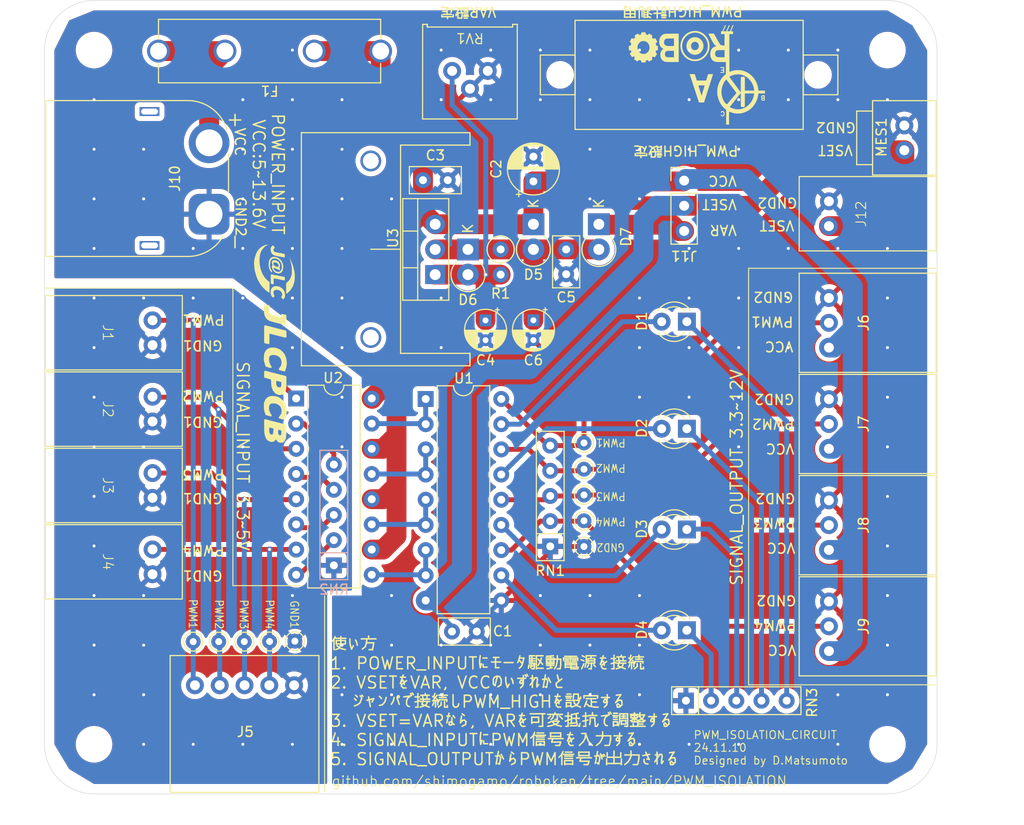
<source format=kicad_pcb>
(kicad_pcb (version 20240108) (generator "pcbnew") (generator_version "8.0")
  (layers (0 "F.Cu" signal) (31 "B.Cu" signal) (34 "B.Paste" user) (35 "F.Paste" user) (36 "B.SilkS" user "B.Silkscreen") (37 "F.SilkS" user "F.Silkscreen") (38 "B.Mask" user) (39 "F.Mask" user) (44 "Edge.Cuts" user))
  (net 0 "")
  (net 1 "GND2")
  (net 2 "VCC")
  (net 3 "Net-(D6-A)")
  (net 4 "VAR")
  (net 5 "VSET")
  (net 6 "LED1")
  (net 7 "Net-(D1-K)")
  (net 8 "Net-(D2-K)")
  (net 9 "LED2")
  (net 10 "Net-(D3-K)")
  (net 11 "LED3")
  (net 12 "LED4")
  (net 13 "Net-(D4-K)")
  (net 14 "Net-(J10-Pin_1)")
  (net 15 "GND1")
  (net 16 "PWM1")
  (net 17 "PWM2")
  (net 18 "PWM3")
  (net 19 "PWM4")
  (net 20 "Net-(J6-Pin_2)")
  (net 21 "Net-(J7-Pin_2)")
  (net 22 "Net-(J9-Pin_2)")
  (net 23 "Net-(RN2-R4)")
  (net 24 "Net-(RN2-R3)")
  (net 25 "Net-(RN2-R2)")
  (net 26 "Net-(RN2-R1)")
  (net 27 "ISO2")
  (net 28 "ISO3")
  (net 29 "ISO1")
  (net 30 "ISO4")
  (net 31 "Net-(J8-Pin_2)")
  (net 32 "/可変三端子レギュレータ/VARIABLE")
  (footprint "TestPoint:TestPoint_THTPad_D1.5mm_Drill0.7mm" (layer "F.Cu") (at 120.15 114.647 90)
    (property "Reference" "TP8" (hide yes))
    (property "Value" "TestPoint")
  )
  (footprint "Package_DIP:DIP-18_W7.62mm" (layer "F.Cu") (at 138.44 90.18)
    (property "Reference" "U1")
    (property "Value" "TBD62783A")
  )
  (footprint "MountingHole:MountingHole_3.2mm_M3" (layer "F.Cu") (at 185 125)
    (property "Reference" "REF**" (hide yes))
    (property "Value" "MountingHole_3.2mm_M3")
  )
  (footprint "Resistor_THT:R_Array_SIP5" (layer "F.Cu") (at 151 105.04 90)
    (property "Reference" "RN1")
    (property "Value" "1k~10k")
  )
  (footprint "Capacitor_THT:C_Disc_D5.0mm_W2.5mm_P2.50mm" (layer "F.Cu") (at 138.166 68.115)
    (property "Reference" "C3")
    (property "Value" "0.1u")
  )
  (footprint "MyFoot:DF1E-2P-2.5DS" (layer "F.Cu") (at 110.9 106.6 -90)
    (property "Reference" "J4")
    (property "Value" "Conn_01x02_Socket")
  )
  (footprint "TestPoint:TestPoint_THTPad_D1.5mm_Drill0.7mm" (layer "F.Cu") (at 154.402 94.61)
    (property "Reference" "TP1" (hide yes))
    (property "Value" "TestPoint")
  )
  (footprint "Diode_THT:D_DO-41_SOD81_P2.54mm_Vertical_KathodeUp" (layer "F.Cu") (at 142.7 75.1 -90)
    (property "Reference" "D6")
    (property "Value" "1N4007")
  )
  (footprint "Diode_THT:D_DO-41_SOD81_P2.54mm_Vertical_KathodeUp" (layer "F.Cu") (at 149.302 72.56 -90)
    (property "Reference" "D5")
    (property "Value" "1N4007")
  )
  (footprint "Connector_PinHeader_2.54mm:PinHeader_1x03_P2.54mm_Vertical" (layer "F.Cu") (at 164.5 68.16)
    (property "Reference" "J11")
    (property "Value" "Conn_01x03_Pin")
  )
  (footprint "MountingHole:MountingHole_3.2mm_M3" (layer "F.Cu") (at 185 55)
    (property "Reference" "REF**" (hide yes))
    (property "Value" "MountingHole_3.2mm_M3")
  )
  (footprint "MyFoot:DF1E-2P-2.5DS" (layer "F.Cu") (at 110.9 83.5 -90)
    (property "Reference" "J1")
    (property "Value" "Conn_01x02_Socket")
  )
  (footprint "MyFoot:DF1E-2P-2.5DS" (layer "F.Cu") (at 110.9 98.9 -90)
    (property "Reference" "J3")
    (property "Value" "Conn_01x02_Socket")
  )
  (footprint "TestPoint:TestPoint_THTPad_D1.5mm_Drill0.7mm" (layer "F.Cu") (at 115 114.647 90)
    (property "Reference" "TP4" (hide yes))
    (property "Value" "TestPoint")
  )
  (footprint "MyFoot:17PB024" (layer "F.Cu") (at 132.907 75.08 90)
    (property "Reference" "REF**" (hide yes))
    (property "Value" "17PB024")
  )
  (footprint "MyFoot:DF1E-3P-2.5DS" (layer "F.Cu") (at 179.1 113.1 90)
    (property "Reference" "J9")
    (property "Value" "Conn_01x03_Socket")
  )
  (footprint "LOGO" (layer "F.Cu") (at 123.2 84.6 -90)
    (property "Reference" "G***" (hide yes))
    (property "Value" "LOGO" (hide yes))
  )
  (footprint "TestPoint:TestPoint_THTPad_D1.5mm_Drill0.7mm" (layer "F.Cu") (at 117.573 114.647 90)
    (property "Reference" "TP7" (hide yes))
    (property "Value" "TestPoint")
  )
  (footprint "MyFoot:DC voltmeter-Red(4530)" (layer "F.Cu") (at 165 57.5 180)
    (property "Reference" "REF**" (hide yes))
    (property "Value" "DC voltmeter-Red(4530)")
  )
  (footprint "MountingHole:MountingHole_3.2mm_M3" (layer "F.Cu") (at 105 125)
    (property "Reference" "REF**" (hide yes))
    (property "Value" "MountingHole_3.2mm_M3")
  )
  (footprint "MyFoot:AMASS_XT60PW-M_1x02_P7.20mm_Horizontal" (layer "F.Cu") (at 116.6 71.55 90)
    (property "Reference" "J10")
    (property "Value" "XT60_Male" (hide yes))
  )
  (footprint "MyFoot:DF1E-3P-2.5DS" (layer "F.Cu") (at 179.1 102.9 90)
    (property "Reference" "J8")
    (property "Value" "Conn_01x03_Socket")
  )
  (footprint "TestPoint:TestPoint_THTPad_D1.5mm_Drill0.7mm" (layer "F.Cu") (at 154.402 105.06)
    (property "Reference" "TP6" (hide yes))
    (property "Value" "TestPoint")
  )
  (footprint "MyFoot:DF1E-2P-2.5DS" (layer "F.Cu") (at 179.1 71.5 90)
    (property "Reference" "J12")
    (property "Value" "Conn_01x02_Socket")
  )
  (footprint "MyFoot:FUC-03A" (layer "F.Cu") (at 122.7 55.1 180)
    (property "Reference" "F1")
    (property "Value" "Fuse")
  )
  (footprint "MountingHole:MountingHole_3.2mm_M3" (layer "F.Cu") (at 105 55)
    (property "Reference" "REF**" (hide yes))
    (property "Value" "MountingHole_3.2mm_M3")
  )
  (footprint "TestPoint:TestPoint_THTPad_D1.5mm_Drill0.7mm" (layer "F.Cu") (at 154.402 97.26)
    (property "Reference" "TP2" (hide yes))
    (property "Value" "TestPoint")
  )
  (footprint "MyFoot:DF1E-3P-2.5DS" (layer "F.Cu") (at 179.1 92.7 90)
    (property "Reference" "J7")
    (property "Value" "Conn_01x03_Socket")
  )
  (footprint "TestPoint:TestPoint_THTPad_D1.5mm_Drill0.7mm" (layer "F.Cu") (at 122.7 114.634 90)
    (property "Reference" "TP9" (hide yes))
    (property "Value" "TestPoint")
  )
  (footprint "LOGO" (layer "F.Cu") (at 166 57.520055 180)
    (property "Reference" "G***" (hide yes))
    (property "Value" "LOGO" (hide yes))
  )
  (footprint "Capacitor_THT:CP_Radial_D4.0mm_P2.00mm" (layer "F.Cu") (at 144.476 82.255401 -90)
    (property "Reference" "C4")
    (property "Value" "10u")
  )
  (footprint "LED_THT:LED_D3.0mm" (layer "F.Cu") (at 164.775 93.18 180)
    (property "Reference" "D2")
    (property "Value" "LED")
  )
  (footprint "Capacitor_THT:CP_Radial_D4.0mm_P2.00mm" (layer "F.Cu") (at 149.302 82.244 -90)
    (property "Reference" "C6")
    (property "Value" "47u")
  )
  (footprint "MyFoot:DF1E-5P-2.5DS" (layer "F.Cu") (at 120.173 119.047)
    (property "Reference" "J5")
    (property "Value" "Conn_01x05_Socket")
  )
  (footprint "MyFoot:DF1E-3P-2.5DS" (layer "F.Cu") (at 179.1 82.5 90)
    (property "Reference" "J6")
    (property "Value" "Conn_01x03_Socket")
  )
  (footprint "LED_THT:LED_D3.0mm" (layer "F.Cu") (at 164.775 113.5 180)
    (property "Reference" "D4")
    (property "Value" "LED")
  )
  (footprint "TestPoint:TestPoint_THTPad_D1.5mm_Drill0.7mm" (layer "F.Cu") (at 154.402 99.86)
    (property "Reference" "TP3" (hide yes))
    (property "Value" "TestPoint")
  )
  (footprint "Package_DIP:DIP-16_W7.62mm" (layer "F.Cu") (at 125.38 90.125)
    (property "Reference" "U2")
    (property "Value" "LTV-847")
  )
  (footprint "LED_THT:LED_D3.0mm" (layer "F.Cu") (at 164.775 103.34 180)
    (property "Reference" "D3")
    (property "Value" "LED")
  )
  (footprint "Resistor_THT:R_Array_SIP5" (layer "F.Cu") (at 164.68 120.6)
    (property "Reference" "RN3")
    (property "Value" "330~1k")
  )
  (footprint "Package_TO_SOT_THT:TO-220-3_Vertical" (layer "F.Cu") (at 139.396 77.64 90)
    (property "Reference" "U3")
    (property "Value" "NJM317F")
  )
  (footprint "MyFoot:DF1EC-2P-2.5DSA" (layer "F.Cu") (at 186.7 63.85 90)
    (property "Reference" "MES1")
    (property "Value" "Voltmeter_DC")
  )
  (footprint "Resistor_THT:R_Axial_DIN0207_L6.3mm_D2.5mm_P2.54mm_Vertical" (layer "F.Cu") (at 146 75.1 -90)
    (property "Reference" "R1")
    (property "Value" "180")
  )
  (footprint "MyFoot:DF1E-2P-2.5DS" (layer "F.Cu") (at 110.9 91.2 -90)
    (property "Reference" "J2")
    (property "Value" "Conn_01x02_Socket")
  )
  (footprint "TestPoint:TestPoint_THTPad_D1.5mm_Drill0.7mm" (layer "F.Cu") (at 125.25 114.6 180)
    (property "Reference" "GND1" (hide yes))
    (property "Value" "TestPoint")
  )
  (footprint "Diode_THT:D_DO-41_SOD81_P2.54mm_Vertical_KathodeUp" (layer "F.Cu") (at 155.9 72.56 -90)
    (property "Reference" "D7")
    (property "Value" "SBM245L")
  )
  (footprint "Capacitor_THT:C_Disc_D5.0mm_W2.5mm_P2.50mm" (layer "F.Cu") (at 141.09 113.63)
    (property "Reference" "C1")
    (property "Value" "0.1u")
  )
  (footprint "Capacitor_THT:CP_Radial_D5.0mm_P2.50mm" (layer "F.Cu") (at 149.302 68.242 90)
    (property "Reference" "C2")
    (property "Value" "100u")
  )
  (footprint "TestPoint:TestPoint_THTPad_D1.5mm_Drill0.7mm" (layer "F.Cu") (at 154.402 102.46)
    (property "Reference" "TP5" (hide yes))
    (property "Value" "TestPoint")
  )
  (footprint "MyFoot:3386K-EY5-202TR" (layer "F.Cu") (at 142.903949 57.176051 180)
    (property "Reference" "RV1")
    (property "Value" "R_Potentiometer")
  )
  (footprint "Capacitor_THT:C_Disc_D5.0mm_W2.5mm_P2.50mm" (layer "F.Cu") (at 152.604 75.1 -90)
    (property "Reference" "C5")
    (property "Value" "0.1u")
  )
  (footprint "LED_THT:LED_D3.0mm" (layer "F.Cu") (at 164.775 82.385 180)
    (property "Reference" "D1")
    (property "Value" "LED")
  )
  (footprint "Resistor_THT:R_Array_SIP5" (layer "B.Cu") (at 129.18 106.955 90)
    (property "Reference" "RN2")
    (property "Value" "220~1k")
  )
  (gr_line (start 119 79) (end 119 109) (stroke (width 0.1)) (layer "F.SilkS"))
  (gr_line (start 171 77) (end 171 119) (stroke (width 0.1)) (layer "F.SilkS"))
  (gr_line (start 171 77) (end 189.9 77) (stroke (width 0.1)) (layer "F.SilkS"))
  (gr_line (start 100.1 79) (end 119 79) (stroke (width 0.1)) (layer "F.SilkS"))
  (gr_line (start 119 109) (end 125.9 109) (stroke (width 0.1)) (layer "F.SilkS"))
  (gr_line (start 128.25 110.025) (end 128.25 129.775) (stroke (width 0.1)) (layer "F.SilkS"))
  (gr_line (start 171 119) (end 189.9 119) (stroke (width 0.1)) (layer "F.SilkS"))
  (gr_arc (start 185 50) (mid 188.535534 51.464466) (end 190 55) (stroke (width 0.05)) (layer "Edge.Cuts"))
  (gr_arc (start 100 55) (mid 101.464466 51.464466) (end 105 50) (stroke (width 0.05)) (layer "Edge.Cuts"))
  (gr_line (start 185 50) (end 105 50) (stroke (width 0.05)) (layer "Edge.Cuts"))
  (gr_arc (start 190 125) (mid 188.535534 128.535534) (end 185 130) (stroke (width 0.05)) (layer "Edge.Cuts"))
  (gr_line (start 100 55) (end 100 125) (stroke (width 0.05)) (layer "Edge.Cuts"))
  (gr_arc (start 105 130) (mid 101.464466 128.535534) (end 100 125) (stroke (width 0.05)) (layer "Edge.Cuts"))
  (gr_line (start 190 125) (end 190 55) (stroke (width 0.05)) (layer "Edge.Cuts"))
  (gr_line (start 105 130) (end 185 130) (stroke (width 0.05)) (layer "Edge.Cuts"))
  (gr_text "PWM4" (at 175.9 112.4 180) (layer "F.SilkS") (effects (font (size 1 1)) (justify left bottom)))
  (gr_text "PWM4\n" (at 118.25 104.85 180) (layer "F.SilkS") (effects (font (size 1 1)) (justify left bottom)))
  (gr_text "GND1" (at 118.05 99.6 180) (layer "F.SilkS") (effects (font (size 1 1)) (justify left bottom)))
  (gr_text "GND2" (at 175.7 89.6 180) (layer "F.SilkS") (effects (font (size 1 1)) (justify left bottom)))
  (gr_text "GND2" (at 175.8 99.6 180) (layer "F.SilkS") (effects (font (size 1 1)) (justify left bottom)))
  (gr_text "PWM4" (at 157.1 102.54 180) (layer "F.SilkS") (effects (font (size 0.8 0.7) (thickness 0.1))))
  (gr_text "GND1" (at 118.05 91.9 180) (layer "F.SilkS") (effects (font (size 1 1)) (justify left bottom)))
  (gr_text "SIGNAL_INPUT 3.3~5V" (at 119.3 86.3 270) (layer "F.SilkS") (effects (font (size 1.2 1.2)) (justify left bottom)))
  (gr_text "PWM2" (at 175.7 92.1 180) (layer "F.SilkS") (effects (font (size 1 1)) (justify left bottom)))
  (gr_text "PWM2\n" (at 118.25 89.3 180) (layer "F.SilkS") (effects (font (size 1 1)) (justify left bottom)))
  (gr_text "GND2" (at 175.6 79.3 180) (layer "F.SilkS") (effects (font (size 1 1)) (justify left bottom)))
  (gr_text "VSET" (at 169.9 69.96 180) (layer "F.SilkS") (effects (font (size 1 1)) (justify left bottom)))
  (gr_text "VCC" (at 175.8 104.6 180) (layer "F.SilkS") (effects (font (size 1 1)) (justify left bottom)))
  (gr_text "GND2" (at 181.9 62.2 180) (layer "F.SilkS") (effects (font (size 1 1)) (justify left bottom)))
  (gr_text "VCC" (at 169.9 67.585 180) (layer "F.SilkS") (effects (font (size 1 1)) (justify left bottom)))
  (gr_text "PWM1" (at 175.6 81.8 180) (layer "F.SilkS") (effects (font (size 1 1)) (justify left bottom)))
  (gr_text "VCC" (at 175.6 84.3 180) (layer "F.SilkS") (effects (font (size 1 1)) (justify left bottom)))
  (gr_text "使い方\n1. POWER_INPUTにモータ駆動電源を接続\n2. VSETをVAR, VCCのいずれかと\n　 ジャンパで接続しPWM_HIGHを設定する\n3. VSET=VARなら, VARを可変抵抗で調整する\n4. SIGNAL_INPUTにPWM信号を入力する\n5. SIGNAL_OUTPUTからPWM信号が出力される" (at 128.7 127.2 0) (layer "F.SilkS") (effects (font (size 1.2 1.2)) (justify left bottom)))
  (gr_text "PWM3" (at 175.8 102.1 180) (layer "F.SilkS") (effects (font (size 1 1)) (justify left bottom)))
  (gr_text "PWM3" (at 157.1 99.99 180) (layer "F.SilkS") (effects (font (size 0.8 0.7) (thickness 0.1))))
  (gr_text "PWM1\n" (at 114.5 110.3 270) (layer "F.SilkS") (effects (font (size 0.8 0.7) (thickness 0.1)) (justify left bottom)))
  (gr_text "VAR設定" (at 145.65 50.55 180) (layer "F.SilkS") (effects (font (size 1 1)) (justify left bottom)))
  (gr_text "GND1" (at 118.05 84.2 180) (layer "F.SilkS") (effects (font (size 1 1)) (justify left bottom)))
  (gr_text "PWM1\n" (at 118.25 81.6 180) (layer "F.SilkS") (effects (font (size 1 1)) (justify left bottom)))
  (gr_text "PWM_ISOLATION_CIRCUIT\n24.11.10		\nDesigned by D.Matsumoto" (at 165.4 127.1 0) (layer "F.SilkS") (effects (font (size 0.8 0.8) (thickness 0.1)) (justify left bottom)))
  (gr_text "VCC" (at 175.7 94.6 180) (layer "F.SilkS") (effects (font (size 1 1)) (justify left bottom)))
  (gr_text "GND2" (at 119.2 69.7 270) (layer "F.SilkS") (effects (font (size 1 1)) (justify left bottom)))
  (gr_text "VCC" (at 175.9 114.9 180) (layer "F.SilkS") (effects (font (size 1 1)) (justify left bottom)))
  (gr_text "VSET" (at 181.6 64.5 180) (layer "F.SilkS") (effects (font (size 1 1)) (justify left bottom)))
  (gr_text "GND1" (at 118.05 107.4 180) (layer "F.SilkS") (effects (font (size 1 1)) (justify left bottom)))
  (gr_text "GND2" (at 176 69.8 180) (layer "F.SilkS") (effects (font (size 1 1)) (justify left bottom)))
  (gr_text "PWM3" (at 120.1 111.9 -90) (layer "F.SilkS") (effects (font (size 0.8 0.7) (thickness 0.1))))
  (gr_text "PWM_HIGH計測用" (at 170.5 50.5 180) (layer "F.SilkS") (effects (font (size 1 1)) (justify left bottom)))
  (gr_text "PWM2" (at 157.1 97.14 180) (layer "F.SilkS") (effects (font (size 0.8 0.7) (thickness 0.1))))
  (gr_text "github.com/shimogamo/roboken/tree/main/PWM_ISOLATION" (at 128.9 129.3 0) (layer "F.SilkS") (effects (font (size 1 1) (thickness 0.1)) (justify left bottom)))
  (gr_text "PWM1" (at 157.1 94.59 180) (layer "F.SilkS") (effects (font (size 0.8 0.7) (thickness 0.1))))
  (gr_text "SIGNAL_OUTPUT 3.3~12V" (at 170.5 109.1 90) (layer "F.SilkS") (effects (font (size 1.2 1.2)) (justify left bottom)))
  (gr_text "PWM3\n" (at 118.25 97.2 180) (layer "F.SilkS") (effects (font (size 1 1)) (justify left bottom)))
  (gr_text "PWM4" (at 122.7 111.9 -90) (layer "F.SilkS") (effects (font (size 0.8 0.7) (thickness 0.1))))
  (gr_text "POWER_INPUT\nVCC:5~13.6V" (at 120.9 67.5 270) (layer "F.SilkS") (effects (font (size 1.2 1.2)) (justify bottom)))
  (gr_text "VSET" (at 175.7 72.1 180) (layer "F.SilkS") (effects (font (size 1 1)) (justify left bottom)))
  (gr_text "VAR" (at 169.9 72.56 180) (layer "F.SilkS") (effects (font (size 1 1)) (justify left bottom)))
  (gr_text "GND2" (at 157.1 105.14 180) (layer "F.SilkS") (effects (font (size 0.8 0.7) (thickness 0.1))))
  (gr_text "PWM_HIGH設定" (at 170.05 64.55 180) (layer "F.SilkS") (effects (font (size 1 1)) (justify left bottom)))
  (gr_text "PWM2" (at 117.6 111.9 -90) (layer "F.SilkS") (effects (font (size 0.8 0.7) (thickness 0.1))))
  (gr_text "GND1" (at 125.2 111.9 270) (layer "F.SilkS") (effects (font (size 0.8 0.7) (thickness 0.1))))
  (gr_text "GND2" (at 175.9 109.9 180) (layer "F.SilkS") (effects (font (size 1 1)) (justify left bottom)))
  (gr_text "VCC" (at 119.126 62.738 270) (layer "F.SilkS") (effects (font (size 1 1)) (justify left bottom)))
  (segment (start 154.402 105.06) (end 151.02 105.06) (width 0.5) (layer "F.Cu") (net 1))
  (segment (start 151 105.56) (end 146.06 110.5) (width 0.5) (layer "F.Cu") (net 1))
  (segment (start 151.02 105.06) (end 151 105.04) (width 0.5) (layer "F.Cu") (net 1))
  (segment (start 151 105.04) (end 151 105.56) (width 0.5) (layer "F.Cu") (net 1))
  (via (at 185 110) (size 0.6) (drill 0.3) (layers "F.Cu" "B.Cu") (net 1))
  (via (at 110 70) (size 0.6) (drill 0.3) (layers "F.Cu" "B.Cu") (net 1))
  (via (at 165 90) (size 0.6) (drill 0.3) (layers "F.Cu" "B.Cu") (net 1))
  (via (at 135 70) (size 0.6) (drill 0.3) (layers "F.Cu" "B.Cu") (net 1))
  (via (at 130 60) (size 0.6) (drill 0.3) (layers "F.Cu" "B.Cu") (net 1))
  (via (at 185 115) (size 0.6) (drill 0.3) (layers "F.Cu" "B.Cu") (net 1))
  (via (at 145 60) (size 0.6) (drill 0.3) (layers "F.Cu" "B.Cu") (net 1))
  (via (at 185 95) (size 0.6) (drill 0.3) (layers "F.Cu" "B.Cu") (net 1))
  (via (at 130 125) (size 0.6) (drill 0.3) (layers "F.Cu" "B.Cu") (net 1))
  (via (at 140 120) (size 0.6) (drill 0.3) (layers "F.Cu" "B.Cu") (net 1))
  (via (at 145 55) (size 0.6) (drill 0.3) (layers "F.Cu" "B.Cu") (net 1))
  (via (at 125 70) (size 0.6) (drill 0.3) (layers "F.Cu" "B.Cu") (net 1))
  (via (at 155 70) (size 0.6) (drill 0.3) (layers "F.Cu" "B.Cu") (net 1))
  (via (at 170 55) (size 0.6) (drill 0.3) (layers "F.Cu" "B.Cu") (net 1))
  (via (at 140 55) (size 0.6) (drill 0.3) (layers "F.Cu" "B.Cu") (net 1))
  (via (at 170 95) (size 0.6) (drill 0.3) (layers "F.Cu" "B.Cu") (net 1))
  (via (at 150 120) (size 0.6) (drill 0.3) (layers "F.Cu" "B.Cu") (net 1))
  (via (at 170 80) (size 0.6) (drill 0.3) (layers "F.Cu" "B.Cu") (net 1))
  (via (at 125 65) (size 0.6) (drill 0.3) (layers "F.Cu" "B.Cu") (net 1))
  (via (at 130 75) (size 0.6) (drill 0.3) (layers "F.Cu" "B.Cu") (net 1))
  (via (at 130 115) (size 0.6) (drill 0.3) (layers "F.Cu" "B.Cu") (net 1))
  (via (at 135 120) (size 0.6) (drill 0.3) (layers "F.Cu" "B.Cu") (net 1))
  (via (at 170 85) (size 0.6) (drill 0.3) (layers "F.Cu" "B.Cu") (net 1))
  (via (at 180 120) (size 0.6) (drill 0.3) (layers "F.Cu" "B.Cu") (net 1))
  (via (at 185 105) (size 0.6) (drill 0.3) (layers "F.Cu" "B.Cu") (net 1))
  (via (at 185 80) (size 0.6) (drill 0.3) (layers "F.Cu" "B.Cu") (net 1))
  (via (at 160 60) (size 0.6) (drill 0.3) (layers "F.Cu" "B.Cu") (net 1))
  (via (at 125 55) (size 0.6) (drill 0.3) (layers "F.Cu" "B.Cu") (net 1))
  (via (at 120 65) (size 0.6) (drill 0.3) (layers "F.Cu" "B.Cu") (net 1))
  (via (at 185 90) (size 0.6) (drill 0.3) (layers "F.Cu" "B.Cu") (net 1))
  (via (at 105 65) (size 0.6) (drill 0.3) (layers "F.Cu" "B.Cu") (net 1))
  (via (at 130 85) (size 0.6) (drill 0.3) (layers "F.Cu" "B.Cu") (net 1))
  (via (at 145 125) (size 0.6) (drill 0.3) (layers "F.Cu" "B.Cu") (net 1))
  (via (at 180 55) (size 0.6) (drill 0.3) (layers "F.Cu" "B.Cu") (net 1))
  (via (at 170 125) (size 0.6) (drill 0.3) (layers "F.Cu" "B.Cu") (net 1))
  (via (at 180 125) (size 0.6) (drill 0.3) (layers "F.Cu" "B.Cu") (net 1))
  (via (at 180 60) (size 0.6) (drill 0.3) (layers "F.Cu" "B.Cu") (net 1))
  (via (at 185 120) (size 0.6) (drill 0.3) (layers "F.Cu" "B.Cu") (net 1))
  (via (at 175 60) (size 0.6) (drill 0.3) (layers "F.Cu" "B.Cu") (net 1))
  (via (at 160 90) (size 0.6) (drill 0.3) (layers "F.Cu" "B.Cu") (net 1))
  (via (at 110 65) (size 0.6) (drill 0.3) (layers "F.Cu" "B.Cu") (net 1))
  (via (at 170 65) (size 0.6) (drill 0.3) (layers "F.Cu" "B.Cu") (net 1))
  (via (at 160 115) (size 0.6) (drill 0.3) (layers "F.Cu" "B.Cu") (net 1))
  (via (at 140 125) (size 0.6) (drill 0.3) (layers "F.Cu" "B.Cu") (net 1))
  (via (at 155 125) (size 0.6) (drill 0.3) (layers "F.Cu" "B.Cu") (net 1))
  (via (at 135 125) (size 0.6) (drill 0.3) (layers "F.Cu" "B.Cu") (net 1))
  (via (at 165 85) (size 0.6) (drill 0.3) (layers "F.Cu" "B.Cu") (net 1))
  (via (at 155 110) (size 0.6) (drill 0.3) (layers "F.Cu" "B.Cu") (net 1))
  (via (at 140 80) (size 0.6) (drill 0.3) (layers "F.Cu" "B.Cu") (net 1))
  (via (at 165 125) (size 0.6) (drill 0.3) (layers "F.Cu" "B.Cu") (net 1))
  (via (at 130 65) (size 0.6) (drill 0.3) (layers "F.Cu" "B.Cu") (net 1))
  (via (at 160 85) (size 0.6) (drill 0.3) (layers "F.Cu" "B.Cu") (net 1))
  (via (at 155 55) (size 0.6) (drill 0.3) (layers "F.Cu" "B.Cu") (net 1))
  (via (at 155 120) (size 0.6) (drill 0.3) (layers "F.Cu" "B.Cu") (net 1))
  (via (at 155 115) (size 0.6) (drill 0.3) (layers "F.Cu" "B.Cu") (net 1))
  (via (at 165 55) (size 0.6) (drill 0.3) (layers "F.Cu" "B.Cu") (net 1))
  (via (at 155 60) (size 0.6) (drill 0.3) (layers "F.Cu" "B.Cu") (net 1))
  (via (at 170 75) (size 0.6) (drill 0.3) (layers "F.Cu" "B.Cu") (net 1))
  (via (at 125 75) (size 0.6) (drill 0.3) (layers "F.Cu" "B.Cu") (net 1))
  (via (at 175 85) (size 0.6) (drill 0.3) (layers "F.Cu" "B.Cu") (net 1))
  (via (at 150 60) (size 0.6) (drill 0.3) (layers "F.Cu" "B.Cu") (net 1))
  (via (at 140 85) (size 0.6) (drill 0.3) (layers "F.Cu" "B.Cu") (net 1))
  (via (at 185 75) (size 0.6) (drill 0.3) (layers "F.Cu" "B.Cu") (net 1))
  (via (at 115 75) (size 0.6) (drill 0.3) (layers "F.Cu" "B.Cu") (net 1))
  (via (at 125 60) (size 0.6) (drill 0.3) (layers "F.Cu" "B.Cu") (net 1))
  (via (at 160 120) (size 0.6) (drill 0.3) (layers "F.Cu" "B.Cu") (net 1))
  (via (at 160 70) (size 0.6) (drill 0.3) (layers "F.Cu" "B.Cu") (net 1))
  (via (at 125 80) (size 0.6) (drill 0.3) (layers "F.Cu" "B.Cu") (net 1))
  (via (at 160 80) (size 0.6) (drill 0.3) (layers "F.Cu" "B.Cu") (net 1))
  (via (at 130 70) (size 0.6) (drill 0.3) (layers "F.Cu" "B.Cu") (net 1))
  (via (at 140 60) (size 0.6) (drill 0.3) (layers "F.Cu" "B.Cu") (net 1))
  (via (at 135 115) (size 0.6) (drill 0.3) (layers "F.Cu" "B.Cu") (net 1))
  (via (at 185 100) (size 0.6) (drill 0.3) (layers "F.Cu" "B.Cu") (net 1))
  (via (at 150 115) (size 0.6) (drill 0.3) (layers "F.Cu" "B.Cu") (net 1))
  (via (at 160 110) (size 0.6) (drill 0.3) (layers "F.Cu" "B.Cu") (net 1))
  (via (at 130 120) (size 0.6) (drill 0.3) (layers "F.Cu" "B.Cu") (net 1))
  (via (at 105 70) (size 0.6) (drill 0.3) (layers "F.Cu" "B.Cu") (net 1))
  (via (at 130 80) (size 0.6) (drill 0.3) (layers "F.Cu" "B.Cu") (net 1))
  (via (at 150 125) (size 0.6) (drill 0.3) (layers "F.Cu" "B.Cu") (net 1))
  (via (at 170 90) (size 0.6) (drill 0.3) (layers "F.Cu" "B.Cu") (net 1))
  (via (at 175 55) (size 0.6) (drill 0.3) (layers "F.Cu" "B.Cu") (net 1))
  (via (at 170 60) (size 0.6) (drill 0.3) (layers "F.Cu" "B.Cu") (net 1))
  (via (at 180 75) (size 0.6) (drill 0.3) (layers "F.Cu" "B.Cu") (net 1))
  (via (at 155 65) (size 0.6) (drill 0.3) (layers "F.Cu" "B.Cu") (net 1))
  (via (at 150 110) (size 0.6) (drill 0.3) (layers "F.Cu" "B.Cu") (net 1))
  (via (at 145 115) (size 0.6) (drill 0.3) (layers "F.Cu" "B.Cu") (net 1))
  (via (at 165 60) (size 0.6) (drill 0.3) (layers "F.Cu" "B.Cu") (net 1))
  (via (at 160 55) (size 0.6) (drill 0.3) (layers "F.Cu" "B.Cu") (net 1))
  (via (at 160 125) (size 0.6) (drill 0.3) (layers "F.Cu" "B.Cu") (net 1))
  (via (at 120 75) (size 0.6) (drill 0.3) (layers "F.Cu" "B.Cu") (net 1))
  (via (at 165 65) (size 0.6) (drill 0.3) (layers "F.Cu" "B.Cu") (net 1))
  (via (at 160 65) (size 0.6) (drill 0.3) (layers "F.Cu" "B.Cu") (net 1))
  (via (at 185 60) (size 0.6) (drill 0.3) (layers "F.Cu" "B.Cu") (net 1))
  (via (at 145 120) (size 0.6) (drill 0.3) (layers "F.Cu" "B.Cu") (net 1))
  (via (at 165 75) (size 0.6) (drill 0.3) (layers "F.Cu" "B.Cu") (net 1))
  (via (at 140 115) (size 0.6) (drill 0.3) (layers "F.Cu" "B.Cu") (net 1))
  (via (at 165 80) (size 0.6) (drill 0.3) (layers "F.Cu" "B.Cu") (net 1))
  (via (at 105 60) (size 0.6) (drill 0.3) (layers "F.Cu" "B.Cu") (net 1))
  (via (at 175 80) (size 0.6) (drill 0.3) (layers "F.Cu" "B.Cu") (net 1))
  (via (at 120 60) (size 0.6) (drill 0.3) (layers "F.Cu" "B.Cu") (net 1))
  (via (at 105 75) (size 0.6) (drill 0.3) (layers "F.Cu" "B.Cu") (net 1))
  (via (at 185 85) (size 0.6) (drill 0.3) (layers "F.Cu" "B.Cu") (net 1))
  (via (at 135 110) (size 0.6) (drill 0.3) (layers "F.Cu" "B.Cu") (net 1))
  (via (at 150 55) (size 0.6) (drill 0.3) (layers "F.Cu" "B.Cu") (net 1))
  (via (at 120 70) (size 0.6) (drill 0.3) (layers "F.Cu" "B.Cu") (net 1))
  (via (at 175 75) (size 0.6) (drill 0.3) (layers "F.Cu" "B.Cu") (net 1))
  (segment (start 143.59 112.97) (end 146.06 110.5) (width 0.5) (layer "B.Cu") (net 1))
  (segment (start 143.59 113.63) (end 143.59 112.97) (width 0.5) (layer "B.Cu") (net 1))
  (segment (start 149.302 68.242) (end 149.302 72.56) (width 2) (layer "F.Cu") (net 2))
  (segment (start 134.13137 95.205) (end 133 95.205) (width 2) (layer "F.Cu") (net 2))
  (segment (start 135.5 87.625) (end 135.5 93.83637) (width 2) (layer "F.Cu") (net 2))
  (segment (start 135.5 73.996) (end 135.5 87.625) (width 2) (layer "F.Cu") (net 2))
  (segment (start 135.5 93.83637) (end 134.13137 95.205) (width 2) (layer "F.Cu") (net 2))
  (segment (start 164.418 68.242) (end 164.5 68.16) (width 2) (layer "F.Cu") (net 2))
  (segment (start 135.5 103.99637) (end 134.13137 105.365) (width 2) (layer "F.Cu") (net 2))
  (segment (start 138.166 68.115) (end 138.166 71.33) (width 2) (layer "F.Cu") (net 2))
  (segment (start 135.5 98.91637) (end 135.5 103.99637) (width 2) (layer "F.Cu") (net 2))
  (segment (start 138.166 68.115) (end 138.166 66.166) (width 2) (layer "F.Cu") (net 2))
  (segment (start 135.5 87.625) (end 133 90.125) (width 2) (layer "F.Cu") (net 2))
  (segment (start 127.2 55.1) (end 133.9 55.1) (width 2) (layer "F.Cu") (net 2))
  (segment (start 138.166 71.33) (end 135.5 73.996) (width 2) (layer "F.Cu") (net 2))
  (segment (start 134.13137 105.365) (end 133 105.365) (width 2) (layer "F.Cu") (net 2))
  (segment (start 138.166 71.33) (end 139.396 72.56) (width 2) (layer "F.Cu") (net 2))
  (segment (start 134.13137 100.285) (end 133 100.285) (width 2) (layer "F.Cu") (net 2))
  (segment (start 133.9 61.9) (end 133.9 55.1) (width 2) (layer "F.Cu") (net 2))
  (segment (start 133 90.125) (end 133.045 90.17) (width 2) (layer "F.Cu") (net 2))
  (segment (start 138.166 66.166) (end 133.9 61.9) (width 2) (layer "F.Cu") (net 2))
  (segment (start 135.5 98.91637) (end 134.13137 100.285) (width 2) (layer "F.Cu") (net 2))
  (segment (start 135.5 93.83637) (end 135.5 98.91637) (width 2) (layer "F.Cu") (net 2))
  (segment (start 149.302 68.242) (end 164.418 68.242) (width 2) (layer "F.Cu") (net 2))
  (segment (start 139.396 72.56) (end 149.302 72.56) (width 2) (layer "F.Cu") (net 2))
  (segment (start 164.66 68) (end 170.689339 68) (width 2) (layer "B.Cu") (net 2))
  (segment (start 164.5 68.16) (end 164.66 68) (width 2) (layer "B.Cu") (net 2))
  (segment (start 180.372792 115.6) (end 179.1 115.6) (width 2) (layer "B.Cu") (net 2))
  (segment (start 179.569849 95.2) (end 179.1 95.2) (width 2) (layer "B.Cu") (net 2))
  (segment (start 181.5 114.472792) (end 180.372792 115.6) (width 2) (layer "B.Cu") (net 2))
  (segment (start 181.5 83.1) (end 181.5 93.269849) (width 2) (layer "B.Cu") (net 2))
  (segment (start 181.5 104.272792) (end 181.5 114.472792) (width 2) (layer "B.Cu") (net 2))
  (segment (start 181.5 93.269849) (end 181.5 104.272792) (width 2) (layer "B.Cu") (net 2))
  (segment (start 170.689339 68) (end 171.76 69.070661) (width 2) (layer "B.Cu") (net 2))
  (segment (start 179.6 85) (end 179.1 85) (width 2) (layer "B.Cu") (net 2))
  (segment (start 181.5 78.810661) (end 181.5 83.1) (width 2) (layer "B.Cu") (net 2))
  (segment (start 171.76 69.070661) (end 181.5 78.810661) (width 2) (layer "B.Cu") (net 2))
  (segment (start 181.5 83.1) (end 179.6 85) (width 2) (layer "B.Cu") (net 2))
  (segment (start 180.372792 105.4) (end 179.1 105.4) (width 2) (layer "B.Cu") (net 2))
  (segment (start 181.5 104.272792) (end 180.372792 105.4) (width 2) (layer "B.Cu") (net 2))
  (segment (start 181.5 93.269849) (end 179.569849 95.2) (width 2) (layer "B.Cu") (net 2))
  (segment (start 144.476 82.255401) (end 144.476 77.664) (width 2) (layer "F.Cu") (net 3))
  (segment (start 139.396 77.64) (end 144.5 77.64) (width 2) (layer "F.Cu") (net 3))
  (segment (start 144.5 77.64) (end 146 77.64) (width 2) (layer "F.Cu") (net 3))
  (segment (start 144.476 77.664) (end 144.5 77.64) (width 2) (layer "F.Cu") (net 3))
  (via (at 144.5 77.64) (size 0.6) (drill 0.3) (layers "F.Cu" "B.Cu") (net 3))
  (segment (start 141.107898 60.558543) (end 144.5 63.950645) (width 0.5) (layer "B.Cu") (net 3))
  (segment (start 141.107898 57.1) (end 141.107898 60.558543) (width 0.5) (layer "B.Cu") (net 3))
  (segment (start 144.5 63.950645) (end 144.5 77.64) (width 0.5) (layer "B.Cu") (net 3))
  (segment (start 163.29873 72.61) (end 155.95 72.61) (width 2) (layer "F.Cu") (net 4))
  (segment (start 163.92873 73.24) (end 163.29873 72.61) (width 2) (layer "F.Cu") (net 4))
  (segment (start 164.5 73.24) (end 163.92873 73.24) (width 2) (layer "F.Cu") (net 4))
  (segment (start 164.5 70.7) (end 171.3 70.7) (width 2) (layer "F.Cu") (net 5))
  (segment (start 176.9 65.1) (end 186.7 65.1) (width 2) (layer "F.Cu") (net 5))
  (segment (start 186.7 70.3) (end 186.7 65.1) (width 2) (layer "F.Cu") (net 5))
  (segment (start 184.25 72.75) (end 186.7 70.3) (width 2) (layer "F.Cu") (net 5))
  (segment (start 171.3 70.7) (end 176.9 65.1) (width 2) (layer "F.Cu") (net 5))
  (segment (start 179.1 72.75) (end 184.25 72.75) (width 2) (layer "F.Cu") (net 5))
  (segment (start 148.9 87.2) (end 144.2 87.2) (width 2) (layer "B.Cu") (net 5))
  (segment (start 144.2 87.2) (end 142.1 89.3) (width 2) (layer "B.Cu") (net 5))
  (segment (start 164.5 70.7) (end 161.7 70.7) (width 2) (layer "B.Cu") (net 5))
  (segment (start 141.09 113.63) (end 141.09 113.15) (width 0.5) (layer "B.Cu") (net 5))
  (segment (start 160.4 75.7) (end 148.9 87.2) (width 2) (layer "B.Cu") (net 5))
  (segment (start 138.8 110.5) (end 138.44 110.5) (width 2) (layer "B.Cu") (net 5))
  (segment (start 161.7 70.7) (end 160.4 72) (width 2) (layer "B.Cu") (net 5))
  (segment (start 141.09 113.15) (end 138.44 110.5) (width 0.5) (layer "B.Cu") (net 5))
  (segment (start 160.4 72) (end 160.4 75.7) (width 2) (layer "B.Cu") (net 5))
  (segment (start 142.1 89.3) (end 142.1 107.2) (width 2) (layer "B.Cu") (net 5))
  (segment (start 142.1 107.2) (end 138.8 110.5) (width 2) (layer "B.Cu") (net 5))
  (segment (start 158.265 82.385) (end 162.235 82.385) (width 0.5) (layer "B.Cu") (net 6))
  (segment (start 146.06 92.72) (end 147.93 92.72) (width 0.5) (layer "B.Cu") (net 6))
  (segment (start 147.93 92.72) (end 158.265 82.385) (width 0.5) (layer "B.Cu") (net 6))
  (segment (start 174.84 92.45) (end 164.775 82.385) (width 0.5) (layer "B.Cu") (net 7))
  (segment (start 174.84 120.6) (end 174.84 92.45) (width 0.5) (layer "B.Cu") (net 7))
  (segment (start 172.3 120.6) (end 172.3 100.705) (width 0.5) (layer "B.Cu") (net 8))
  (segment (start 172.3 100.705) (end 164.775 93.18) (width 0.5) (layer "B.Cu") (net 8))
  (segment (start 150.68 93.18) (end 162.235 93.18) (width 0.5) (layer "B.Cu") (net 9))
  (segment (start 146.06 97.8) (end 150.68 93.18) (width 0.5) (layer "B.Cu") (net 9))
  (segment (start 167 103.3) (end 164.815 103.3) (width 0.5) (layer "B.Cu") (net 10))
  (segment (start 169.8 120.56) (end 169.8 106.1) (width 0.5) (layer "B.Cu") (net 10))
  (segment (start 164.815 103.3) (end 164.775 103.34) (width 0.5) (layer "B.Cu") (net 10))
  (segment (start 169.8 106.1) (end 167 103.3) (width 0.5) (layer "B.Cu") (net 10))
  (segment (start 169.76 120.6) (end 169.8 120.56) (width 0.5) (layer "B.Cu") (net 10))
  (segment (start 157.575 108) (end 162.235 103.34) (width 0.5) (layer "B.Cu") (net 11))
  (segment (start 146.06 102.88) (end 151.18 108) (width 0.5) (layer "B.Cu") (net 11))
  (segment (start 151.18 108) (end 157.575 108) (width 0.5) (layer "B.Cu") (net 11))
  (segment (start 151.6 113.5) (end 162.235 113.5) (width 0.5) (layer "B.Cu") (net 12))
  (segment (start 146.06 107.96) (end 151.6 113.5) (width 0.5) (layer "B.Cu") (net 12))
  (segment (start 167.22 115.945) (end 164.775 113.5) (width 0.5) (layer "B.Cu") (net 13))
  (segment (start 167.22 120.6) (end 167.22 115.945) (width 0.5) (layer "B.Cu") (net 13))
  (segment (start 114.7 55.1) (end 116.6 57) (width 2) (layer "F.Cu") (net 14))
  (segment (start 116.6 57) (end 116.6 64.35) (width 2) (layer "F.Cu") (net 14))
  (segment (start 111.5 55.1) (end 114.7 55.1) (width 2) (layer "F.Cu") (net 14))
  (segment (start 118.2 55.1) (end 116.6 56.7) (width 2) (layer "F.Cu") (net 14))
  (segment (start 111.5 55.1) (end 118.2 55.1) (width 2) (layer "F.Cu") (net 14))
  (segment (start 116.6 56.7) (end 116.6 57) (width 2) (layer "F.Cu") (net 14))
  (via (at 110 115) (size 0.6) (drill 0.3) (layers "F.Cu" "B.Cu") (net 15))
  (via (at 125 85) (size 0.6) (drill 0.3) (layers "F.Cu" "B.Cu") (net 15))
  (via (at 105 90) (size 0.6) (drill 0.3) (layers "F.Cu" "B.Cu") (net 15))
  (via (at 125 125) (size 0.6) (drill 0.3) (layers "F.Cu" "B.Cu") (net 15))
  (via (at 115 80) (size 0.6) (drill 0.3) (layers "F.Cu" "B.Cu") (net 15))
  (via (at 110 110) (size 0.6) (drill 0.3) (layers "F.Cu" "B.Cu") (net 15))
  (via (at 120 80) (size 0.6) (drill 0.3) (layers "F.Cu" "B.Cu") (net 15))
  (via (at 120 95) (size 0.6) (drill 0.3) (layers "F.Cu" "B.Cu") (net 15))
  (via (at 130 90) (size 0.6) (drill 0.3) (layers "F.Cu" "B.Cu") (net 15))
  (via (at 105 95) (size 0.6) (drill 0.3) (layers "F.Cu" "B.Cu") (net 15))
  (via (at 105 85) (size 0.6) (drill 0.3) (layers "F.Cu" "B.Cu") (net 15))
  (via (at 120 125) (size 0.6) (drill 0.3) (layers "F.Cu" "B.Cu") (net 15))
  (via (at 110 125) (size 0.6) (drill 0.3) (layers "F.Cu" "B.Cu") (net 15))
  (via (at 105 115) (size 0.6) (drill 0.3) (layers "F.Cu" "B.Cu") (net 15))
  (via (at 105 100) (size 0.6) (drill 0.3) (layers "F.Cu" "B.Cu") (net 15))
  (via (at 105 110) (size 0.6) (drill 0.3) (layers "F.Cu" "B.Cu") (net 15))
  (via (at 105 80) (size 0.6) (drill 0.3) (layers "F.Cu" "B.Cu") (net 15))
  (via (at 110 120) (size 0.6) (drill 0.3) (layers "F.Cu" "B.Cu") (net 15))
  (via (at 110 80) (size 0.6) (drill 0.3) (layers "F.Cu" "B.Cu") (net 15))
  (via (at 110 95) (size 0.6) (drill 0.3) (layers "F.Cu" "B.Cu") (net 15))
  (via (at 105 105) (size 0.6) (drill 0.3) (layers "F.Cu" "B.Cu") (net 15))
  (via (at 130 95) (size 0.6) (drill 0.3) (layers "F.Cu" "B.Cu") (net 15))
  (via (at 105 120) (size 0.6) (drill 0.3) (layers "F.Cu" "B.Cu") (net 15))
  (via (at 115 125) (size 0.6) (drill 0.3) (layers "F.Cu" "B.Cu") (net 15))
  (via (at 125 110) (size 0.6) (drill 0.3) (layers "F.Cu" "B.Cu") (net 15))
  (segment (start 115 82.25) (end 117.505 82.25) (width 0.5) (layer "F.Cu") (net 16))
  (segment (start 110.9 82.25) (end 115 82.25) (width 0.5) (layer "F.Cu") (net 16))
  (segment (start 117.505 82.25) (end 125.38 90.125) (width 0.5) (layer "F.Cu") (net 16))
  (via (at 115 82.25) (size 0.6) (drill 0.3) (layers "F.Cu" "B.Cu") (net 16))
  (segment (start 115 114.647) (end 115 118.874) (width 0.5) (layer "B.Cu") (net 16))
  (segment (start 115 114.647) (end 115 82.25) (width 0.5) (layer "B.Cu") (net 16))
  (segment (start 115 118.874) (end 115.173 119.047) (width 0.5) (layer "B.Cu") (net 16))
  (segment (start 110.9 89.95) (end 110.95 90) (width 0.5) (layer "F.Cu") (net 17))
  (segment (start 117.535 91.235) (end 121.505 95.205) (width 0.5) (layer "F.Cu") (net 17))
  (segment (start 110.95 90) (end 116.3 90) (width 0.5) (layer "F.Cu") (net 17))
  (segment (start 116.3 90) (end 117.535 91.235) (width 0.5) (layer "F.Cu") (net 17))
  (segment (start 121.505 95.205) (end 125.38 95.205) (width 0.5) (layer "F.Cu") (net 17))
  (via (at 117.535 91.235) (size 0.6) (drill 0.3) (layers "F.Cu" "B.Cu") (net 17))
  (segment (start 117.573 91.273) (end 117.535 91.235) (width 0.5) (layer "B.Cu") (net 17))
  (segment (start 117.573 114.647) (end 117.573 91.273) (width 0.5) (layer "B.Cu") (net 17))
  (segment (start 117.673 114.747) (end 117.573 114.647) (width 0.5) (layer "B.Cu") (net 17))
  (segment (start 117.673 119.047) (end 117.673 114.747) (width 0.5) (layer "B.Cu") (net 17))
  (segment (start 125.09 100.33) (end 125.38 100.62) (width 0.5) (layer "F.Cu") (net 18))
  (segment (start 120.15 100.33) (end 125.09 100.33) (width 0.5) (layer "F.Cu") (net 18))
  (segment (start 119.53 100.33) (end 120.15 100.33) (width 0.5) (layer "F.Cu") (net 18))
  (segment (start 116.85 97.65) (end 119.53 100.33) (width 0.5) (layer "F.Cu") (net 18))
  (segment (start 110.9 97.65) (end 116.85 97.65) (width 0.5) (layer "F.Cu") (net 18))
  (via (at 120.15 100.33) (size 0.6) (drill 0.3) (layers "F.Cu" "B.Cu") (net 18))
  (segment (start 120.173 119.047) (end 120.173 114.67) (width 0.5) (layer "B.Cu") (net 18))
  (segment (start 120.15 114.647) (end 120.15 100.33) (width 0.5) (layer "B.Cu") (net 18))
  (segment (start 120.173 114.67) (end 120.15 114.647) (width 0.5) (layer "B.Cu") (net 18))
  (segment (start 125.365 105.35) (end 125.38 105.365) (width 0.5) (layer "F.Cu") (net 19))
  (segment (start 110.9 105.35) (end 122.7 105.35) (width 0.5) (layer "F.Cu") (net 19))
  (segment (start 122.7 105.35) (end 125.365 105.35) (width 0.5) (layer "F.Cu") (net 19))
  (via (at 122.7 105.35) (size 0.6) (drill 0.3) (layers "F.Cu" "B.Cu") (net 19))
  (segment (start 122.7 114.634) (end 122.7 119.02) (width 0.5) (layer "B.Cu") (net 19))
  (segment (start 122.7 119.02) (end 122.673 119.047) (width 0.5) (layer "B.Cu") (net 19))
  (segment (start 122.7 114.634) (end 122.7 105.35) (width 0.5) (layer "B.Cu") (net 19))
  (segment (start 154.402 90.098) (end 157 87.5) (width 0.5) (layer "F.Cu") (net 20))
  (segment (start 169.4 82.5) (end 179.1 82.5) (width 0.5) (layer "F.Cu") (net 20))
  (segment (start 150.76 94.88) (end 151 94.88) (width 0.5) (layer "F.Cu") (net 20))
  (segment (start 154.402 94.61) (end 154.402 90.098) (width 0.5) (layer "F.Cu") (net 20))
  (segment (start 157 87.5) (end 164.4 87.5) (width 0.5) (layer "F.Cu") (net 20))
  (segment (start 146.06 90.18) (end 150.76 94.88) (width 0.5) (layer "F.Cu") (net 20))
  (segment (start 164.4 87.5) (end 169.4 82.5) (width 0.5) (layer "F.Cu") (net 20))
  (segment (start 151 94.88) (end 154.132 94.88) (width 0.5) (layer "F.Cu") (net 20))
  (segment (start 154.132 94.88) (end 154.402 94.61) (width 0.5) (layer "F.Cu") (net 20))
  (segment (start 154.402 97.26) (end 165.04 97.26) (width 0.5) (layer "F.Cu") (net 21))
  (segment (start 146.06 95.26) (end 148.84 95.26) (width 0.5) (layer "F.Cu") (net 21))
  (segment (start 154.242 97.42) (end 154.402 97.26) (width 0.5) (layer "F.Cu") (net 21))
  (segment (start 169.6 92.7) (end 179.1 92.7) (width 0.5) (layer "F.Cu") (net 21))
  (segment (start 165.04 97.26) (end 169.6 92.7) (width 0.5) (layer "F.Cu") (net 21))
  (segment (start 148.84 95.26) (end 151 97.42) (width 0.5) (layer "F.Cu") (net 21))
  (segment (start 151 97.42) (end 154.242 97.42) (width 0.5) (layer "F.Cu") (net 21))
  (segment (start 146.06 105.42) (end 147.08 105.42) (width 0.5) (layer "F.Cu") (net 22))
  (segment (start 154.402 102.46) (end 161.192 109.25) (width 0.5) (layer "F.Cu") (net 22))
  (segment (start 168.3 113.1) (end 179.1 113.1) (width 0.5) (layer "F.Cu") (net 22))
  (segment (start 151 102.5) (end 154.362 102.5) (width 0.5) (layer "F.Cu") (net 22))
  (segment (start 147.08 105.42) (end 150 102.5) (width 0.5) (layer "F.Cu") (net 22))
  (segment (start 150 102.5) (end 151 102.5) (width 0.5) (layer "F.Cu") (net 22))
  (segment (start 161.192 109.25) (end 164.45 109.25) (width 0.5) (layer "F.Cu") (net 22))
  (segment (start 154.362 102.5) (end 154.402 102.46) (width 0.5) (layer "F.Cu") (net 22))
  (segment (start 164.45 109.25) (end 168.3 113.1) (width 0.5) (layer "F.Cu") (net 22))
  (segment (start 125.38 92.665) (end 126.165 92.665) (width 0.5) (layer "F.Cu") (net 23))
  (segment (start 126.165 92.665) (end 129.18 95.68) (width 0.5) (layer "F.Cu") (net 23))
  (segment (start 129.18 96.79) (end 129.175 96.795) (width 0.5) (layer "F.Cu") (net 23))
  (segment (start 129.18 95.68) (end 129.18 96.79) (width 0.5) (layer "F.Cu") (net 23))
  (segment (start 127.925 98.08) (end 129.18 99.335) (width 0.5) (layer "F.Cu") (net 24))
  (segment (start 125.38 98.08) (end 127.925 98.08) (width 0.5) (layer "F.Cu") (net 24))
  (segment (start 125.38 103.16) (end 127.895 103.16) (width 0.5) (layer "F.Cu") (net 25))
  (segment (start 127.895 103.16) (end 129.18 101.875) (width 0.5) (layer "F.Cu") (net 25))
  (segment (start 125.715 107.905) (end 129.18 104.44) (width 0.5) (layer "F.Cu") (net 26))
  (segment (start 125.38 107.905) (end 125.715 107.905) (width 0.5) (layer "F.Cu") (net 26))
  (segment (start 138.385 97.745) (end 138.44 97.8) (width 0.5) (layer "B.Cu") (net 27))
  (segment (start 133 97.745) (end 138.385 97.745) (width 0.5) (layer "B.Cu") (net 27))
  (segment (start 138.44 95.26) (end 138.44 97.8) (width 0.5) (layer "B.Cu") (net 27))
  (segment (start 138.385 102.825) (end 138.44 102.88) (width 0.5) (layer "B.Cu") (net 28))
  (segment (start 133 102.825) (end 138.385 102.825) (width 0.5) (layer "B.Cu") (net 28))
  (segment (start 138.44 100.34) (end 138.44 102.88) (width 0.5) (layer "B.Cu") (net 28))
  (segment (start 138.44 90.18) (end 138.44 92.72) (width 0.5) (layer "B.Cu") (net 29))
  (segment (start 133 92.665) (end 138.385 92.665) (width 0.5) (layer "B.Cu") (net 29))
  (segment (start 138.385 92.665) (end 138.44 92.72) (width 0.5) (layer "B.Cu") (net 29))
  (segment (start 138.44 105.42) (end 138.44 107.96) (width 0.5) (layer "B.Cu") (net 30))
  (segment (start 133 107.905) (end 138.385 107.905) (width 0.5) (layer "B.Cu") (net 30))
  (segment (start 138.385 107.905) (end 138.44 107.96) (width 0.5) (layer "B.Cu") (net 30))
  (segment (start 146.06 100.34) (end 150.62 100.34) (width 0.5) (layer "F.Cu") (net 31))
  (segment (start 166.16 99.86) (end 169.2 102.9) (width 0.5) (layer "F.Cu") (net 31))
  (segment (start 150.62 100.34) (end 151 99.96) (width 0.5) (layer "F.Cu") (net 31))
  (segment (start 169.2 102.9) (end 179.1 102.9) (width 0.5) (layer "F.Cu") (net 31))
  (segment (start 151 99.96) (end 154.302 99.96) (width 0.5) (layer "F.Cu") (net 31))
  (segment (start 154.402 99.86) (end 166.16 99.86) (width 0.5) (layer "F.Cu") (net 31))
  (segment (start 154.302 99.96) (end 154.402 99.86) (width 0.5) (layer "F.Cu") (net 31))
  (segment (start 149.302 75.1) (end 149.302 82.244) (width 2) (layer "F.Cu") (net 32))
  (segment (start 155.9 75.1) (end 155.95 75.15) (width 2) (layer "F.Cu") (net 32))
  (segment (start 139.396 75.1) (end 155.9 75.1) (width 2) (layer "F.Cu") (net 32))
  (zone (net 15) (net_name "GND1") (layers "F&B.Cu") (priority 1) (connect_pads (clearance 0.5)) (min_thickness 0.25) (fill yes (thermal_gap 0.5) (thermal_bridge_width 0.5))
    (polygon (pts (xy 101 79) (xy 101 125) (xy 102.5 127.5) (xy 105 129) (xy 128.5 129) (xy 128.5 109.5) (xy 131 109.5) (xy 131 88) (xy 119 79)))
  )
  (zone (net 1) (net_name "GND2") (layers "F&B.Cu") (connect_pads (clearance 0.5)) (min_thickness 0.25) (fill yes (thermal_gap 0.5) (thermal_bridge_width 0.5))
    (polygon (pts (xy 185 51) (xy 105 51) (xy 102.5 52) (xy 101 55) (xy 101 78) (xy 119 78) (xy 132 88) (xy 132 110) (xy 129 110) (xy 129 129) (xy 185 129) (xy 187.5 127.5) (xy 189 125) (xy 189 55) (xy 187.5 52.5)))
  )
)
</source>
